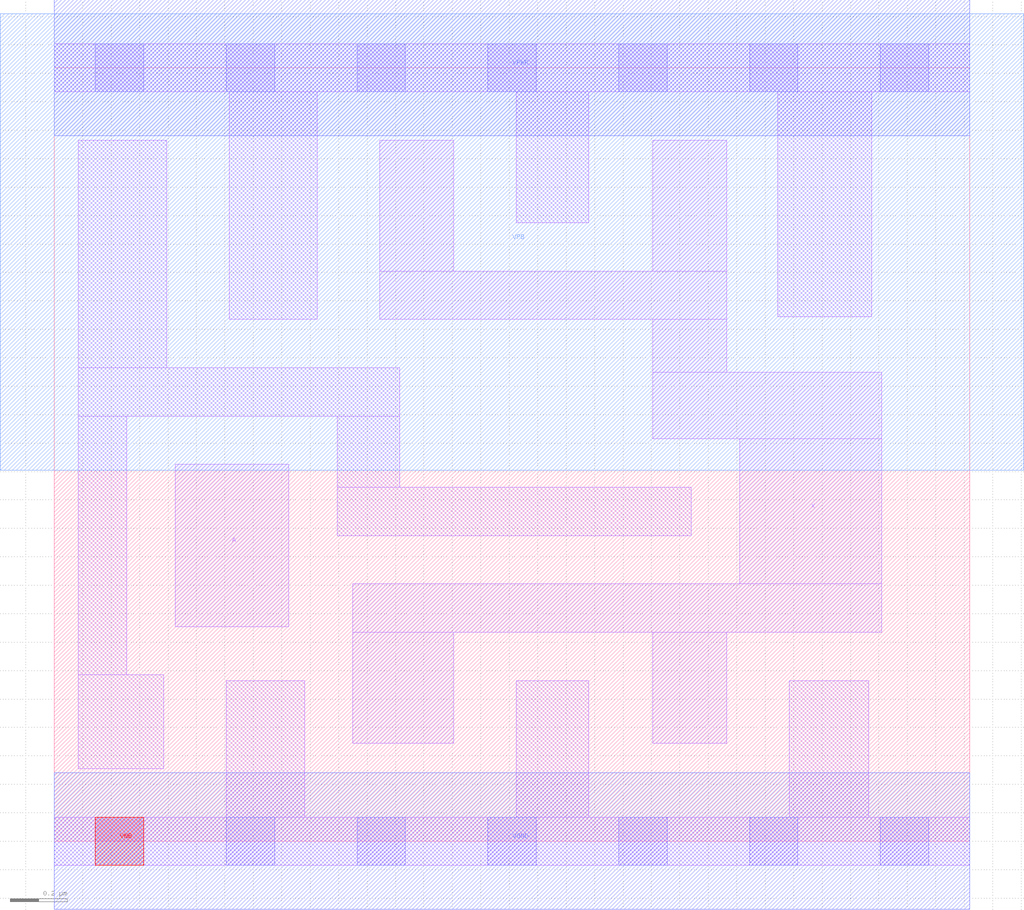
<source format=lef>
# Copyright 2020 The SkyWater PDK Authors
#
# Licensed under the Apache License, Version 2.0 (the "License");
# you may not use this file except in compliance with the License.
# You may obtain a copy of the License at
#
#     https://www.apache.org/licenses/LICENSE-2.0
#
# Unless required by applicable law or agreed to in writing, software
# distributed under the License is distributed on an "AS IS" BASIS,
# WITHOUT WARRANTIES OR CONDITIONS OF ANY KIND, either express or implied.
# See the License for the specific language governing permissions and
# limitations under the License.
#
# SPDX-License-Identifier: Apache-2.0

VERSION 5.7 ;
  NOWIREEXTENSIONATPIN ON ;
  DIVIDERCHAR "/" ;
  BUSBITCHARS "[]" ;
PROPERTYDEFINITIONS
  MACRO maskLayoutSubType STRING ;
  MACRO prCellType STRING ;
  MACRO originalViewName STRING ;
END PROPERTYDEFINITIONS
MACRO sky130_fd_sc_hdll__clkbuf_4
  CLASS CORE ;
  FOREIGN sky130_fd_sc_hdll__clkbuf_4 ;
  ORIGIN  0.000000  0.000000 ;
  SIZE  3.220000 BY  2.720000 ;
  SYMMETRY X Y R90 ;
  SITE unithd ;
  PIN A
    ANTENNAGATEAREA  0.243000 ;
    DIRECTION INPUT ;
    USE SIGNAL ;
    PORT
      LAYER li1 ;
        RECT 0.425000 0.755000 0.825000 1.325000 ;
    END
  END A
  PIN X
    ANTENNADIFFAREA  0.898200 ;
    DIRECTION OUTPUT ;
    USE SIGNAL ;
    PORT
      LAYER li1 ;
        RECT 1.050000 0.345000 1.405000 0.735000 ;
        RECT 1.050000 0.735000 2.910000 0.905000 ;
        RECT 1.145000 1.835000 2.365000 2.005000 ;
        RECT 1.145000 2.005000 1.405000 2.465000 ;
        RECT 2.105000 0.345000 2.365000 0.735000 ;
        RECT 2.105000 1.415000 2.910000 1.650000 ;
        RECT 2.105000 1.650000 2.365000 1.835000 ;
        RECT 2.105000 2.005000 2.365000 2.465000 ;
        RECT 2.410000 0.905000 2.910000 1.415000 ;
    END
  END X
  PIN VGND
    DIRECTION INOUT ;
    USE GROUND ;
    PORT
      LAYER met1 ;
        RECT 0.000000 -0.240000 3.220000 0.240000 ;
    END
  END VGND
  PIN VNB
    DIRECTION INOUT ;
    USE GROUND ;
    PORT
      LAYER pwell ;
        RECT 0.145000 -0.085000 0.315000 0.085000 ;
    END
  END VNB
  PIN VPB
    DIRECTION INOUT ;
    USE POWER ;
    PORT
      LAYER nwell ;
        RECT -0.190000 1.305000 3.410000 2.910000 ;
    END
  END VPB
  PIN VPWR
    DIRECTION INOUT ;
    USE POWER ;
    PORT
      LAYER met1 ;
        RECT 0.000000 2.480000 3.220000 2.960000 ;
    END
  END VPWR
  OBS
    LAYER li1 ;
      RECT 0.000000 -0.085000 3.220000 0.085000 ;
      RECT 0.000000  2.635000 3.220000 2.805000 ;
      RECT 0.085000  0.255000 0.385000 0.585000 ;
      RECT 0.085000  0.585000 0.255000 1.495000 ;
      RECT 0.085000  1.495000 1.215000 1.665000 ;
      RECT 0.085000  1.665000 0.395000 2.465000 ;
      RECT 0.605000  0.085000 0.880000 0.565000 ;
      RECT 0.615000  1.835000 0.925000 2.635000 ;
      RECT 0.995000  1.075000 2.240000 1.245000 ;
      RECT 0.995000  1.245000 1.215000 1.495000 ;
      RECT 1.625000  0.085000 1.880000 0.565000 ;
      RECT 1.625000  2.175000 1.880000 2.635000 ;
      RECT 2.545000  1.845000 2.875000 2.635000 ;
      RECT 2.585000  0.085000 2.865000 0.565000 ;
    LAYER mcon ;
      RECT 0.145000 -0.085000 0.315000 0.085000 ;
      RECT 0.145000  2.635000 0.315000 2.805000 ;
      RECT 0.605000 -0.085000 0.775000 0.085000 ;
      RECT 0.605000  2.635000 0.775000 2.805000 ;
      RECT 1.065000 -0.085000 1.235000 0.085000 ;
      RECT 1.065000  2.635000 1.235000 2.805000 ;
      RECT 1.525000 -0.085000 1.695000 0.085000 ;
      RECT 1.525000  2.635000 1.695000 2.805000 ;
      RECT 1.985000 -0.085000 2.155000 0.085000 ;
      RECT 1.985000  2.635000 2.155000 2.805000 ;
      RECT 2.445000 -0.085000 2.615000 0.085000 ;
      RECT 2.445000  2.635000 2.615000 2.805000 ;
      RECT 2.905000 -0.085000 3.075000 0.085000 ;
      RECT 2.905000  2.635000 3.075000 2.805000 ;
  END
  PROPERTY maskLayoutSubType "abstract" ;
  PROPERTY prCellType "standard" ;
  PROPERTY originalViewName "layout" ;
END sky130_fd_sc_hdll__clkbuf_4
END LIBRARY

</source>
